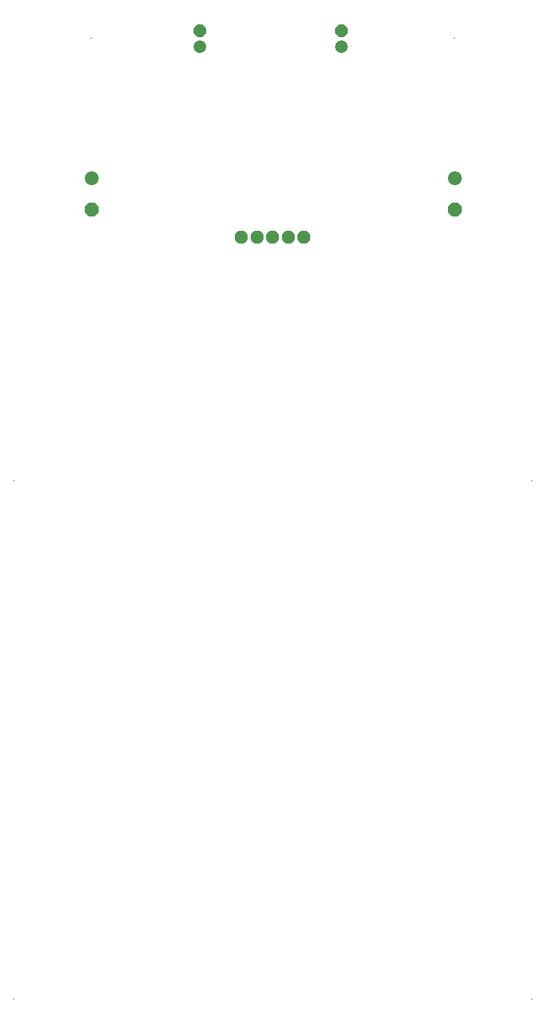
<source format=gbs>
G04*
G04 #@! TF.GenerationSoftware,Altium Limited,Altium Designer,19.1.5 (86)*
G04*
G04 Layer_Color=16711935*
%FSLAX44Y44*%
%MOMM*%
G71*
G01*
G75*
%ADD67C,2.1032*%
%ADD68C,2.0032*%
%ADD69P,2.1683X8X292.5*%
%ADD70P,2.3848X8X112.5*%
%ADD71C,2.2032*%
%ADD72C,0.2032*%
D67*
X1200000Y1622500D02*
D03*
X1250000D02*
D03*
X1225000D02*
D03*
X1150000D02*
D03*
X1175000D02*
D03*
D68*
X1309500Y1926250D02*
D03*
X1084000Y1926250D02*
D03*
D69*
X1309500Y1951250D02*
D03*
X1084000Y1951250D02*
D03*
D70*
X1490750Y1666500D02*
D03*
X911000D02*
D03*
D71*
X1490750Y1716500D02*
D03*
X911000D02*
D03*
D72*
X786340Y1233525D02*
D03*
Y406475D02*
D03*
X1613660D02*
D03*
Y1233525D02*
D03*
X1490000Y1940000D02*
D03*
X910000D02*
D03*
M02*

</source>
